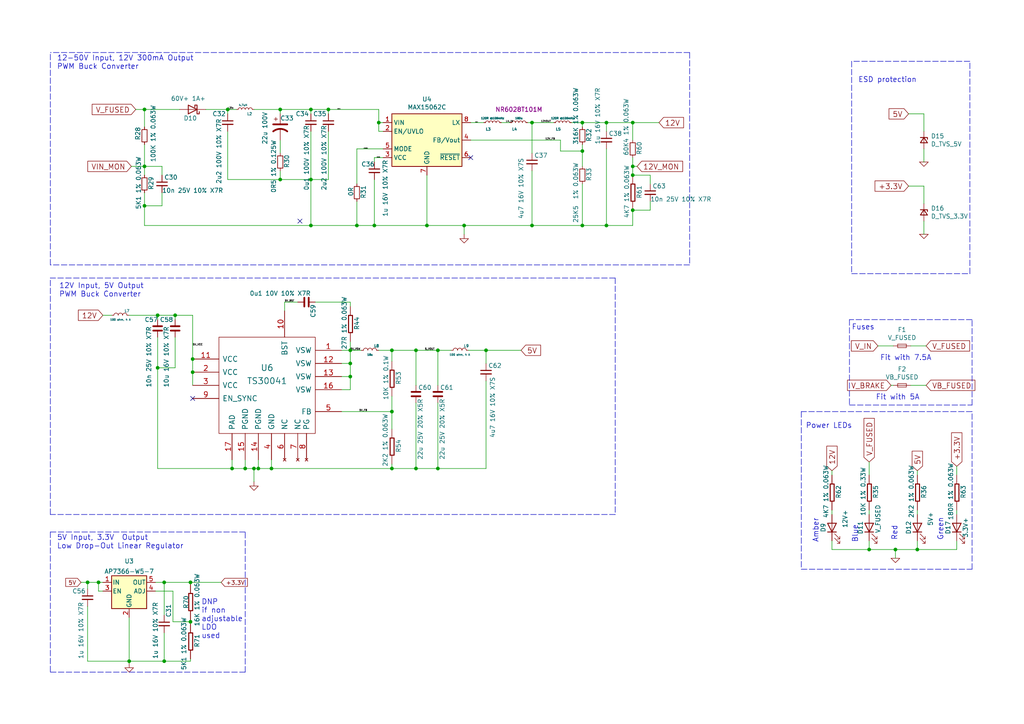
<source format=kicad_sch>
(kicad_sch (version 20211123) (generator eeschema)
  (paper "A4")
  (title_block (title "Duet 3 Expansion 1HCL") (date "2023-05-15") (rev "1.0a - AA-02-01") (company "Duet3D") (comment 1 "(c) Duet3D") (comment 2 "www.duet3d.com"))
  (lib_symbols
    (symbol "Device:CP1" (pin_numbers hide) (pin_names (offset 0.254) hide)
      (property "Reference" "C" (at 0.635 2.54 0))
      (property "Value" "Device_CP1" (at 0.635 -2.54 0))
      (symbol "CP1_0_1"
        (polyline (pts (xy -2.032 0.762) (xy 2.032 0.762)) (stroke (width 0.508)))
        (polyline (pts (xy -1.778 2.286) (xy -0.762 2.286)))
        (polyline (pts (xy -1.27 1.778) (xy -1.27 2.794)))
        (arc (start 2.032 -1.27) (mid 0 -0.5572) (end -2.032 -1.27) (stroke (width 0.508)))
      )
      (symbol "CP1_1_1"
        (pin passive line (at 0 3.81 270) (length 2.794) (name "~") (number "1"))
        (pin passive line (at 0 -3.81 90) (length 3.302) (name "~") (number "2"))
      )
    )
    (symbol "Device:C_Small" (pin_numbers hide) (pin_names (offset 0.254) hide)
      (property "Reference" "C" (at 0.254 1.778 0))
      (property "Value" "C_Small" (at 0.254 -2.032 0))
      (symbol "C_Small_0_1"
        (polyline (pts (xy -1.524 -0.508) (xy 1.524 -0.508)) (stroke (width 0.3302)))
        (polyline (pts (xy -1.524 0.508) (xy 1.524 0.508)) (stroke (width 0.3048)))
      )
      (symbol "C_Small_1_1"
        (pin passive line (at 0 2.54 270) (length 2.032) (name "~") (number "1"))
        (pin passive line (at 0 -2.54 90) (length 2.032) (name "~") (number "2"))
      )
    )
    (symbol "Device:D_Schottky" (pin_numbers hide) (pin_names (offset 1.016) hide)
      (property "Reference" "D" (at 0 2.54 0))
      (property "Value" "D_Schottky" (at 0 -2.54 0))
      (symbol "D_Schottky_0_1"
        (polyline (pts (xy 1.27 0) (xy -1.27 0)))
        (polyline (pts (xy 1.27 1.27) (xy 1.27 -1.27) (xy -1.27 0) (xy 1.27 1.27)) (stroke (width 0.254)))
        (polyline (pts (xy -1.905 0.635) (xy -1.905 1.27) (xy -1.27 1.27) (xy -1.27 -1.27) (xy -0.635 -1.27) (xy -0.635 -0.635)) (stroke (width 0.254)))
      )
      (symbol "D_Schottky_1_1"
        (pin passive line (at -3.81 0 0) (length 2.54) (name "K") (number "1"))
        (pin passive line (at 3.81 0 180) (length 2.54) (name "A") (number "2"))
      )
    )
    (symbol "Device:D_Zener_Small" (pin_numbers hide) (pin_names (offset 0.254) hide)
      (property "Reference" "D" (at 0 2.286 0))
      (property "Value" "D_Zener_Small" (at 0 -2.286 0))
      (symbol "D_Zener_Small_0_1"
        (polyline (pts (xy 0.762 0) (xy -0.762 0)))
        (polyline (pts (xy -0.254 1.016) (xy -0.762 1.016) (xy -0.762 -1.016)) (stroke (width 0.254)))
        (polyline (pts (xy 0.762 1.016) (xy -0.762 0) (xy 0.762 -1.016) (xy 0.762 1.016)) (stroke (width 0.254)))
      )
      (symbol "D_Zener_Small_1_1"
        (pin passive line (at -2.54 0 0) (length 1.778) (name "K") (number "1"))
        (pin passive line (at 2.54 0 180) (length 1.778) (name "A") (number "2"))
      )
    )
    (symbol "Device:Fuse_Small" (pin_numbers hide) (pin_names (offset 0.254) hide)
      (property "Reference" "F" (at 0 -1.524 0))
      (property "Value" "Fuse_Small" (at 0 1.524 0))
      (symbol "Fuse_Small_0_1"
        (rectangle (start -1.27 0.508) (end 1.27 -0.508))
        (polyline (pts (xy -1.27 0) (xy 1.27 0)))
      )
      (symbol "Fuse_Small_1_1"
        (pin passive line (at -2.54 0 0) (length 1.27) (name "~") (number "1"))
        (pin passive line (at 2.54 0 180) (length 1.27) (name "~") (number "2"))
      )
    )
    (symbol "Device:LED" (pin_numbers hide) (pin_names (offset 1.016) hide)
      (property "Reference" "D" (at 0 2.54 0))
      (property "Value" "LED" (at 0 -2.54 0))
      (symbol "LED_0_1"
        (polyline (pts (xy -1.27 -1.27) (xy -1.27 1.27)) (stroke (width 0.254)))
        (polyline (pts (xy -1.27 0) (xy 1.27 0)))
        (polyline (pts (xy 1.27 -1.27) (xy 1.27 1.27) (xy -1.27 0) (xy 1.27 -1.27)) (stroke (width 0.254)))
        (polyline (pts (xy -3.048 -0.762) (xy -4.572 -2.286) (xy -3.81 -2.286) (xy -4.572 -2.286) (xy -4.572 -1.524)))
        (polyline (pts (xy -1.778 -0.762) (xy -3.302 -2.286) (xy -2.54 -2.286) (xy -3.302 -2.286) (xy -3.302 -1.524)))
      )
      (symbol "LED_1_1"
        (pin passive line (at -3.81 0 0) (length 2.54) (name "K") (number "1"))
        (pin passive line (at 3.81 0 180) (length 2.54) (name "A") (number "2"))
      )
    )
    (symbol "Device:L_Small" (pin_numbers hide) (pin_names (offset 0.254) hide)
      (property "Reference" "L" (at 0.762 1.016 0))
      (property "Value" "L_Small" (at 0.762 -1.016 0))
      (symbol "L_Small_0_1"
        (arc (start 0 -2.032) (mid 0.508 -1.524) (end 0 -1.016))
        (arc (start 0 -1.016) (mid 0.508 -0.508) (end 0 0))
        (arc (start 0 0) (mid 0.508 0.508) (end 0 1.016))
        (arc (start 0 1.016) (mid 0.508 1.524) (end 0 2.032))
      )
      (symbol "L_Small_1_1"
        (pin passive line (at 0 2.54 270) (length 0.508) (name "~") (number "1"))
        (pin passive line (at 0 -2.54 90) (length 0.508) (name "~") (number "2"))
      )
    )
    (symbol "Device:R_Small" (pin_numbers hide) (pin_names (offset 0.254) hide)
      (property "Reference" "R" (at 0.762 0.508 0))
      (property "Value" "R_Small" (at 0.762 -1.016 0))
      (symbol "R_Small_0_1"
        (rectangle (start -0.762 1.778) (end 0.762 -1.778) (stroke (width 0.2032)))
      )
      (symbol "R_Small_1_1"
        (pin passive line (at 0 2.54 270) (length 0.762) (name "~") (number "1"))
        (pin passive line (at 0 -2.54 90) (length 0.762) (name "~") (number "2"))
      )
    )
    (symbol "Duet3:AP7366-33W5-7" (pin_names (offset 0.254))
      (property "Reference" "U" (at -3.81 5.715 0))
      (property "Value" "AP7366-33W5-7" (at 0 5.715 0))
      (symbol "AP7366-33W5-7_0_1"
        (rectangle (start -5.08 4.445) (end 5.08 -5.08) (stroke (width 0.254)) (fill (type background)))
      )
      (symbol "AP7366-33W5-7_1_1"
        (pin power_in line (at -7.62 2.54 0) (length 2.54) (name "IN") (number "1"))
        (pin power_in line (at 0 -7.62 90) (length 2.54) (name "GND") (number "2"))
        (pin input line (at -7.62 0 0) (length 2.54) (name "EN") (number "3"))
        (pin input line (at 7.62 0 180) (length 2.54) (name "ADJ") (number "4"))
        (pin power_out line (at 7.62 2.54 180) (length 2.54) (name "OUT") (number "5"))
      )
    )
    (symbol "Duet3:C_SMALL" (pin_numbers hide) (pin_names (offset 0.254))
      (property "Reference" "C" (at 0.635 1.905 0))
      (property "Value" "C_SMALL" (at 0 -1.905 0))
      (symbol "C_SMALL_0_1"
        (polyline (pts (xy -1.27 -0.635) (xy 1.27 -0.635)) (stroke (width 0.508)))
        (polyline (pts (xy -1.27 0.635) (xy 1.27 0.635)) (stroke (width 0.508)))
      )
      (symbol "C_SMALL_1_1"
        (pin passive line (at 0 2.54 270) (length 1.905) (name "~") (number "1"))
        (pin passive line (at 0 -2.54 90) (length 1.905) (name "~") (number "2"))
      )
    )
    (symbol "Duet3:GND" (power) (pin_names (offset 0))
      (symbol "GND_0_1"
        (polyline (pts (xy -1.27 0) (xy 0 -1.27) (xy 1.27 0) (xy -1.27 0)))
      )
      (symbol "GND_1_1"
        (pin power_in line (at 0 0 90) (length 0) hide (name "GND") (number "1"))
      )
    )
    (symbol "Duet3:L_MINI" (pin_numbers hide) (pin_names (offset 0) hide)
      (property "Reference" "L" (at -1.905 -1.27 0))
      (property "Value" "L_MINI" (at 0 1.27 0))
      (symbol "L_MINI_0_1"
        (arc (start -1.905 0) (mid -1.27 -0.635) (end -0.635 0))
        (arc (start -0.635 0) (mid 0 -0.635) (end 0.635 0))
        (arc (start 0.635 0) (mid 1.27 -0.635) (end 1.905 0))
      )
      (symbol "L_MINI_1_1"
        (pin passive line (at -2.54 0 0) (length 0.635) (name "A") (number "1"))
        (pin passive line (at 2.54 0 180) (length 0.635) (name "B") (number "2"))
      )
    )
    (symbol "Duet3:R_SMALL" (pin_numbers hide) (pin_names (offset 0))
      (property "Reference" "R" (at 1.905 0.2032 90))
      (property "Value" "R_SMALL" (at -1.7272 0.3048 90))
      (symbol "R_SMALL_0_1"
        (rectangle (start -0.508 2.4892) (end 0.635 -2.4892) (stroke (width 0.3048)))
      )
      (symbol "R_SMALL_1_1"
        (pin passive line (at 0 5.08 270) (length 2.54) (name "~") (number "1"))
        (pin passive line (at 0 -5.08 90) (length 2.54) (name "~") (number "2"))
      )
    )
    (symbol "Duet3:TS30042" (pin_names (offset 1.016))
      (property "Reference" "U" (at 0 1.27 0))
      (property "Value" "TS30042" (at 0 3.81 0))
      (symbol "TS30042_0_1"
        (rectangle (start -13.97 -13.97) (end 13.97 13.97))
      )
      (symbol "TS30042_1_1"
        (pin passive line (at 21.59 10.16 180) (length 7.62) (name "VSW") (number "1"))
        (pin input line (at 5.08 21.59 270) (length 7.62) (name "BST") (number "10"))
        (pin power_out line (at -21.59 7.62 0) (length 7.62) (name "VCC") (number "11"))
        (pin power_in line (at 21.59 6.35 180) (length 7.62) (name "VSW") (number "12"))
        (pin passive line (at 21.59 2.54 180) (length 7.62) (name "VSW") (number "13"))
        (pin input line (at -2.54 -21.59 90) (length 7.62) (name "PGND") (number "14"))
        (pin input line (at -6.35 -21.59 90) (length 7.62) (name "PGND") (number "15"))
        (pin power_in line (at 21.59 -1.27 180) (length 7.62) (name "VSW") (number "16"))
        (pin power_in line (at -10.16 -21.59 90) (length 7.62) (name "PAD") (number "17"))
        (pin input line (at -21.59 3.81 0) (length 7.62) (name "VCC") (number "2"))
        (pin power_out line (at -21.59 0 0) (length 7.62) (name "VCC") (number "3"))
        (pin passive line (at 1.27 -21.59 90) (length 7.62) (name "GND") (number "4"))
        (pin input line (at 21.59 -7.62 180) (length 7.62) (name "FB") (number "5"))
        (pin no_connect line (at 5.08 -21.59 90) (length 7.62) (name "NC") (number "6"))
        (pin no_connect line (at 8.89 -21.59 90) (length 7.62) (name "NC") (number "7"))
        (pin no_connect line (at 11.43 -21.59 90) (length 7.62) (name "PG") (number "8"))
        (pin input line (at -21.59 -3.81 0) (length 7.62) (name "EN_SYNC") (number "9"))
      )
    )
    (symbol "Regulator_Switching:MAX15062C"
      (property "Reference" "U" (at -10.16 11.43 0))
      (property "Value" "MAX15062C" (at -10.16 8.89 0))
      (symbol "MAX15062C_0_1"
        (rectangle (start -10.16 7.62) (end 10.16 -7.62) (stroke (width 0.254)) (fill (type background)))
      )
      (symbol "MAX15062C_1_1"
        (pin power_in line (at -12.7 5.08 0) (length 2.54) (name "VIN") (number "1"))
        (pin input line (at -12.7 2.54 0) (length 2.54) (name "EN/UVLO") (number "2"))
        (pin power_out line (at -12.7 -5.08 0) (length 2.54) (name "VCC") (number "3"))
        (pin input line (at 12.7 0 180) (length 2.54) (name "FB/Vout") (number "4"))
        (pin input line (at -12.7 -2.54 0) (length 2.54) (name "MODE") (number "5"))
        (pin open_collector line (at 12.7 -5.08 180) (length 2.54) (name "~{RESET}") (number "6"))
        (pin power_in line (at 0 -10.16 90) (length 2.54) (name "GND") (number "7"))
        (pin power_out line (at 12.7 5.08 180) (length 2.54) (name "LX") (number "8"))
      )
    )
    (symbol "power:GND" (power) (pin_names (offset 0))
      (property "Value" "GND" (at 0 -3.81 0))
      (symbol "GND_0_1"
        (polyline (pts (xy 0 0) (xy 0 -1.27) (xy 1.27 -1.27) (xy 0 -2.54) (xy -1.27 -1.27) (xy 0 -1.27)))
      )
      (symbol "GND_1_1"
        (pin power_in line (at 0 0 270) (length 0) hide (name "GND") (number "1"))
      )
    )
  )
  (junction (at 127 135.89))
  (junction (at 41.91 48.26))
  (junction (at 25.4 168.91))
  (junction (at 183.515 50.8))
  (junction (at 168.91 35.56))
  (junction (at 55.88 104.14))
  (junction (at 109.855 35.56))
  (junction (at 47.625 168.91))
  (junction (at 127 101.6))
  (junction (at 81.28 52.07))
  (junction (at 120.65 101.6))
  (junction (at 101.6 101.6))
  (junction (at 113.665 101.6))
  (junction (at 108.585 65.405))
  (junction (at 55.88 107.95))
  (junction (at 101.6 105.41))
  (junction (at 252.095 159.385))
  (junction (at 41.91 59.69))
  (junction (at 50.8 91.44))
  (junction (at 78.74 135.89))
  (junction (at 55.245 180.34))
  (junction (at 183.515 60.96))
  (junction (at 168.91 65.405))
  (junction (at 113.665 135.89))
  (junction (at 134.62 65.405))
  (junction (at 45.72 106.68))
  (junction (at 37.465 191.77))
  (junction (at 175.895 35.56))
  (junction (at 259.715 159.385))
  (junction (at 101.6 109.22))
  (junction (at 140.97 101.6))
  (junction (at 90.17 52.07))
  (junction (at 266.065 159.385))
  (junction (at 74.93 135.89))
  (junction (at 28.575 168.91))
  (junction (at 168.91 43.815))
  (junction (at 120.65 135.89))
  (junction (at 113.665 119.38))
  (junction (at 123.825 65.405))
  (junction (at 81.28 31.75))
  (junction (at 154.305 65.405))
  (junction (at 183.515 48.26))
  (junction (at 175.895 65.405))
  (junction (at 55.245 168.91))
  (junction (at 71.12 135.89))
  (junction (at 95.25 31.75))
  (junction (at 183.515 35.56))
  (junction (at 90.17 31.75))
  (junction (at 67.31 135.89))
  (junction (at 90.17 65.405))
  (junction (at 66.04 31.75))
  (junction (at 73.66 135.89))
  (junction (at 45.72 91.44))
  (junction (at 47.625 191.77))
  (junction (at 41.91 31.75))
  (junction (at 103.505 65.405))
  (junction (at 154.305 35.56))
  (no_connect (at 55.88 115.57))
  (no_connect (at 136.525 45.72))
  (no_connect (at 86.995 64.135))
  (wire (pts (xy 47.625 178.435) (xy 47.625 168.91)))
  (wire (pts (xy 136.525 40.64) (xy 162.56 40.64)))
  (wire (pts (xy 254.635 100.33) (xy 259.08 100.33)))
  (wire (pts (xy 28.575 171.45) (xy 28.575 168.91)))
  (wire (pts (xy 46.99 59.69) (xy 41.91 59.69)))
  (wire (pts (xy 101.6 105.41) (xy 101.6 101.6)))
  (wire (pts (xy 241.3 149.225) (xy 241.3 147.955)))
  (wire (pts (xy 25.4 170.815) (xy 25.4 168.91)))
  (wire (pts (xy 184.785 48.26) (xy 183.515 48.26)))
  (wire (pts (xy 267.97 43.18) (xy 267.97 46.99)))
  (wire (pts (xy 277.495 149.225) (xy 277.495 147.955)))
  (wire (pts (xy 78.74 135.89) (xy 113.665 135.89)))
  (wire (pts (xy 101.6 113.03) (xy 101.6 109.22)))
  (wire (pts (xy 103.505 58.42) (xy 103.505 65.405)))
  (wire (pts (xy 73.66 139.7) (xy 73.66 135.89)))
  (wire (pts (xy 154.305 49.53) (xy 154.305 65.405)))
  (wire (pts (xy 78.74 135.89) (xy 74.93 135.89)))
  (wire (pts (xy 47.625 191.77) (xy 47.625 183.515)))
  (wire (pts (xy 37.465 192.405) (xy 37.465 191.77)))
  (wire (pts (xy 154.305 44.45) (xy 154.305 35.56)))
  (wire (pts (xy 95.25 31.75) (xy 90.17 31.75)))
  (wire (pts (xy 109.855 35.56) (xy 111.125 35.56)))
  (wire (pts (xy 259.715 159.385) (xy 266.065 159.385)))
  (wire (pts (xy 120.65 116.84) (xy 120.65 135.89)))
  (wire (pts (xy 46.99 48.26) (xy 46.99 50.8)))
  (wire (pts (xy 66.04 52.07) (xy 81.28 52.07)))
  (wire (pts (xy 154.305 65.405) (xy 168.91 65.405)))
  (wire (pts (xy 113.665 101.6) (xy 120.65 101.6)))
  (wire (pts (xy 134.62 65.405) (xy 154.305 65.405)))
  (wire (pts (xy 109.855 38.1) (xy 109.855 35.56)))
  (wire (pts (xy 50.8 91.44) (xy 45.72 91.44)))
  (wire (pts (xy 175.895 65.405) (xy 175.895 43.18)))
  (wire (pts (xy 175.895 35.56) (xy 183.515 35.56)))
  (polyline (pts (xy 71.12 194.945) (xy 71.12 154.305)))
  (wire (pts (xy 175.895 38.1) (xy 175.895 35.56)))
  (wire (pts (xy 55.245 191.77) (xy 55.245 191.135)))
  (wire (pts (xy 59.69 31.75) (xy 66.04 31.75)))
  (wire (pts (xy 41.91 31.75) (xy 41.91 36.83)))
  (wire (pts (xy 55.88 111.76) (xy 55.88 107.95)))
  (wire (pts (xy 140.97 135.89) (xy 127 135.89)))
  (wire (pts (xy 113.665 119.38) (xy 113.665 124.46)))
  (wire (pts (xy 81.28 33.02) (xy 81.28 31.75)))
  (wire (pts (xy 66.04 33.02) (xy 66.04 31.75)))
  (wire (pts (xy 50.165 171.45) (xy 50.165 180.34)))
  (wire (pts (xy 127 101.6) (xy 130.81 101.6)))
  (wire (pts (xy 55.245 180.34) (xy 55.245 180.975)))
  (wire (pts (xy 28.575 168.91) (xy 29.845 168.91)))
  (wire (pts (xy 113.665 135.89) (xy 120.65 135.89)))
  (polyline (pts (xy 14.605 76.835) (xy 14.605 15.24)))
  (wire (pts (xy 168.91 53.34) (xy 168.91 65.405)))
  (polyline (pts (xy 281.94 119.38) (xy 232.41 119.38)))
  (wire (pts (xy 111.125 45.72) (xy 108.585 45.72)))
  (wire (pts (xy 29.845 91.44) (xy 32.385 91.44)))
  (wire (pts (xy 113.665 104.775) (xy 113.665 101.6)))
  (wire (pts (xy 101.6 88.9) (xy 101.6 87.63)))
  (wire (pts (xy 23.495 168.91) (xy 25.4 168.91)))
  (polyline (pts (xy 246.38 117.475) (xy 281.94 117.475)))
  (wire (pts (xy 41.91 48.26) (xy 46.99 48.26)))
  (wire (pts (xy 175.895 65.405) (xy 183.515 65.405)))
  (wire (pts (xy 113.665 119.38) (xy 113.665 114.935)))
  (wire (pts (xy 123.825 65.405) (xy 123.825 50.8)))
  (polyline (pts (xy 246.38 92.71) (xy 246.38 117.475)))
  (wire (pts (xy 267.97 53.975) (xy 263.525 53.975)))
  (wire (pts (xy 39.37 31.75) (xy 41.91 31.75)))
  (wire (pts (xy 104.775 101.6) (xy 101.6 101.6)))
  (wire (pts (xy 258.445 111.76) (xy 259.08 111.76)))
  (wire (pts (xy 41.91 48.26) (xy 41.91 50.8)))
  (wire (pts (xy 25.4 191.77) (xy 37.465 191.77)))
  (polyline (pts (xy 281.94 165.1) (xy 281.94 119.38)))
  (wire (pts (xy 109.855 35.56) (xy 109.855 31.75)))
  (wire (pts (xy 66.04 31.75) (xy 68.58 31.75)))
  (wire (pts (xy 82.55 87.63) (xy 86.36 87.63)))
  (wire (pts (xy 145.415 35.56) (xy 147.955 35.56)))
  (wire (pts (xy 55.88 104.14) (xy 55.88 91.44)))
  (wire (pts (xy 41.91 41.91) (xy 41.91 48.26)))
  (wire (pts (xy 153.035 35.56) (xy 154.305 35.56)))
  (wire (pts (xy 241.3 136.525) (xy 241.3 137.795)))
  (wire (pts (xy 266.065 159.385) (xy 266.065 156.845)))
  (wire (pts (xy 162.56 43.815) (xy 168.91 43.815)))
  (wire (pts (xy 267.97 64.135) (xy 267.97 67.945)))
  (polyline (pts (xy 247.015 17.78) (xy 247.015 79.375)))
  (wire (pts (xy 95.25 52.07) (xy 90.17 52.07)))
  (wire (pts (xy 41.91 65.405) (xy 90.17 65.405)))
  (wire (pts (xy 162.56 40.64) (xy 162.56 43.815)))
  (wire (pts (xy 81.28 52.07) (xy 90.17 52.07)))
  (wire (pts (xy 183.515 48.26) (xy 183.515 50.8)))
  (wire (pts (xy 168.91 35.56) (xy 168.91 36.83)))
  (wire (pts (xy 41.91 31.75) (xy 52.07 31.75)))
  (wire (pts (xy 168.91 43.815) (xy 168.91 48.26)))
  (wire (pts (xy 103.505 43.18) (xy 103.505 53.34)))
  (wire (pts (xy 74.93 135.89) (xy 73.66 135.89)))
  (wire (pts (xy 46.99 55.88) (xy 46.99 59.69)))
  (wire (pts (xy 267.97 33.02) (xy 267.97 38.1)))
  (wire (pts (xy 266.065 136.525) (xy 266.065 137.795)))
  (polyline (pts (xy 200.025 76.835) (xy 14.605 76.835)))
  (polyline (pts (xy 281.94 92.71) (xy 246.38 92.71)))
  (polyline (pts (xy 281.94 117.475) (xy 281.94 92.71)))
  (wire (pts (xy 41.91 55.88) (xy 41.91 59.69)))
  (wire (pts (xy 183.515 40.64) (xy 183.515 35.56)))
  (wire (pts (xy 41.91 59.69) (xy 41.91 65.405)))
  (polyline (pts (xy 14.605 154.305) (xy 14.605 194.945)))
  (wire (pts (xy 74.93 135.89) (xy 74.93 133.35)))
  (wire (pts (xy 101.6 101.6) (xy 101.6 99.06)))
  (wire (pts (xy 109.855 101.6) (xy 113.665 101.6)))
  (wire (pts (xy 168.91 35.56) (xy 175.895 35.56)))
  (wire (pts (xy 168.91 41.91) (xy 168.91 43.815)))
  (wire (pts (xy 71.12 135.89) (xy 71.12 133.35)))
  (wire (pts (xy 25.4 168.91) (xy 28.575 168.91)))
  (wire (pts (xy 45.72 92.71) (xy 45.72 91.44)))
  (wire (pts (xy 277.495 159.385) (xy 277.495 156.845)))
  (wire (pts (xy 108.585 52.07) (xy 108.585 65.405)))
  (wire (pts (xy 67.31 135.89) (xy 67.31 133.35)))
  (wire (pts (xy 113.665 134.62) (xy 113.665 135.89)))
  (wire (pts (xy 90.17 33.02) (xy 90.17 31.75)))
  (wire (pts (xy 120.65 101.6) (xy 120.65 111.76)))
  (wire (pts (xy 55.245 180.34) (xy 50.165 180.34)))
  (wire (pts (xy 71.12 135.89) (xy 67.31 135.89)))
  (wire (pts (xy 183.515 45.72) (xy 183.515 48.26)))
  (polyline (pts (xy 232.41 165.1) (xy 281.94 165.1)))
  (polyline (pts (xy 281.305 79.375) (xy 281.305 17.78)))
  (wire (pts (xy 127 111.76) (xy 127 101.6)))
  (polyline (pts (xy 71.12 154.305) (xy 14.605 154.305)))
  (wire (pts (xy 188.595 60.96) (xy 188.595 58.42)))
  (wire (pts (xy 99.06 113.03) (xy 101.6 113.03)))
  (wire (pts (xy 127 101.6) (xy 120.65 101.6)))
  (wire (pts (xy 123.825 65.405) (xy 134.62 65.405)))
  (wire (pts (xy 45.72 135.89) (xy 67.31 135.89)))
  (wire (pts (xy 263.525 33.02) (xy 267.97 33.02)))
  (wire (pts (xy 259.715 159.385) (xy 259.715 161.925)))
  (wire (pts (xy 266.065 159.385) (xy 277.495 159.385)))
  (wire (pts (xy 103.505 65.405) (xy 108.585 65.405)))
  (wire (pts (xy 37.465 91.44) (xy 45.72 91.44)))
  (wire (pts (xy 37.465 191.77) (xy 47.625 191.77)))
  (wire (pts (xy 264.16 111.76) (xy 268.605 111.76)))
  (wire (pts (xy 140.97 101.6) (xy 151.13 101.6)))
  (wire (pts (xy 25.4 175.895) (xy 25.4 191.77)))
  (wire (pts (xy 168.91 65.405) (xy 175.895 65.405)))
  (wire (pts (xy 101.6 101.6) (xy 99.06 101.6)))
  (wire (pts (xy 50.8 91.44) (xy 55.88 91.44)))
  (wire (pts (xy 120.65 135.89) (xy 127 135.89)))
  (wire (pts (xy 41.91 48.26) (xy 38.1 48.26)))
  (wire (pts (xy 267.97 53.975) (xy 267.97 59.055)))
  (wire (pts (xy 241.3 159.385) (xy 241.3 156.845)))
  (wire (pts (xy 101.6 87.63) (xy 91.44 87.63)))
  (polyline (pts (xy 14.605 149.225) (xy 14.605 80.645)))
  (wire (pts (xy 90.17 52.07) (xy 90.17 65.405)))
  (wire (pts (xy 140.97 105.41) (xy 140.97 101.6)))
  (wire (pts (xy 136.525 35.56) (xy 140.335 35.56)))
  (wire (pts (xy 183.515 65.405) (xy 183.515 60.96)))
  (wire (pts (xy 277.495 135.255) (xy 277.495 137.795)))
  (wire (pts (xy 252.095 159.385) (xy 259.715 159.385)))
  (wire (pts (xy 99.06 119.38) (xy 113.665 119.38)))
  (wire (pts (xy 127 135.89) (xy 127 116.84)))
  (wire (pts (xy 109.855 31.75) (xy 95.25 31.75)))
  (wire (pts (xy 45.72 97.79) (xy 45.72 106.68)))
  (wire (pts (xy 47.625 191.77) (xy 55.245 191.77)))
  (wire (pts (xy 50.8 106.68) (xy 45.72 106.68)))
  (wire (pts (xy 183.515 35.56) (xy 191.135 35.56)))
  (wire (pts (xy 252.095 133.985) (xy 252.095 137.795)))
  (wire (pts (xy 252.095 149.225) (xy 252.095 147.955)))
  (wire (pts (xy 183.515 60.96) (xy 188.595 60.96)))
  (wire (pts (xy 45.085 171.45) (xy 50.165 171.45)))
  (wire (pts (xy 81.28 49.53) (xy 81.28 52.07)))
  (wire (pts (xy 188.595 50.8) (xy 188.595 53.34)))
  (wire (pts (xy 29.845 171.45) (xy 28.575 171.45)))
  (wire (pts (xy 252.095 159.385) (xy 241.3 159.385)))
  (wire (pts (xy 81.28 31.75) (xy 73.66 31.75)))
  (wire (pts (xy 45.085 168.91) (xy 47.625 168.91)))
  (wire (pts (xy 183.515 50.8) (xy 188.595 50.8)))
  (wire (pts (xy 95.25 33.02) (xy 95.25 31.75)))
  (wire (pts (xy 264.16 100.33) (xy 268.605 100.33)))
  (wire (pts (xy 99.06 109.22) (xy 101.6 109.22)))
  (polyline (pts (xy 232.41 119.38) (xy 232.41 165.1)))
  (wire (pts (xy 252.095 159.385) (xy 252.095 156.845)))
  (polyline (pts (xy 200.025 15.24) (xy 200.025 76.835)))
  (polyline (pts (xy 14.605 194.945) (xy 71.12 194.945)))
  (wire (pts (xy 101.6 109.22) (xy 101.6 105.41)))
  (wire (pts (xy 37.465 191.77) (xy 37.465 179.07)))
  (polyline (pts (xy 178.435 80.645) (xy 14.605 80.645)))
  (wire (pts (xy 165.735 35.56) (xy 168.91 35.56)))
  (polyline (pts (xy 178.435 149.225) (xy 14.605 149.225)))
  (wire (pts (xy 90.17 65.405) (xy 103.505 65.405)))
  (wire (pts (xy 55.88 107.95) (xy 55.88 104.14)))
  (wire (pts (xy 55.245 179.705) (xy 55.245 180.34)))
  (wire (pts (xy 45.72 106.68) (xy 45.72 135.89)))
  (wire (pts (xy 73.66 135.89) (xy 71.12 135.89)))
  (wire (pts (xy 50.8 97.79) (xy 50.8 106.68)))
  (wire (pts (xy 108.585 65.405) (xy 123.825 65.405)))
  (wire (pts (xy 95.25 38.1) (xy 95.25 52.07)))
  (wire (pts (xy 140.97 110.49) (xy 140.97 135.89)))
  (wire (pts (xy 82.55 90.17) (xy 82.55 87.63)))
  (wire (pts (xy 266.065 149.225) (xy 266.065 147.955)))
  (wire (pts (xy 50.8 92.71) (xy 50.8 91.44)))
  (polyline (pts (xy 247.015 79.375) (xy 281.305 79.375)))
  (wire (pts (xy 81.28 40.64) (xy 81.28 44.45)))
  (wire (pts (xy 78.74 133.35) (xy 78.74 135.89)))
  (wire (pts (xy 55.245 169.545) (xy 55.245 168.91)))
  (wire (pts (xy 134.62 67.945) (xy 134.62 65.405)))
  (wire (pts (xy 154.305 35.56) (xy 160.655 35.56)))
  (wire (pts (xy 108.585 45.72) (xy 108.585 46.99)))
  (wire (pts (xy 66.04 38.1) (xy 66.04 52.07)))
  (wire (pts (xy 103.505 43.18) (xy 111.125 43.18)))
  (polyline (pts (xy 281.305 17.78) (xy 247.015 17.78)))
  (wire (pts (xy 111.125 38.1) (xy 109.855 38.1)))
  (polyline (pts (xy 178.435 80.645) (xy 178.435 149.225)))
  (wire (pts (xy 47.625 168.91) (xy 55.245 168.91)))
  (polyline (pts (xy 200.025 15.24) (xy 14.605 15.24)))
  (wire (pts (xy 99.06 105.41) (xy 101.6 105.41)))
  (wire (pts (xy 135.89 101.6) (xy 140.97 101.6)))
  (wire (pts (xy 90.17 31.75) (xy 81.28 31.75)))
  (wire (pts (xy 90.17 38.1) (xy 90.17 52.07)))
  (wire (pts (xy 55.245 168.91) (xy 64.135 168.91)))
  (text "Fit with 7.5A" (at 255.27 104.775 0) (effects (font (size 1.524 1.524)) (justify left bottom)))
  (text "5V Input, 3.3V  Output\nLow Drop-Out Linear Regulator" (at 16.51 159.385 0) (effects (font (size 1.524 1.524)) (justify left bottom)))
  (text "12V Input, 5V Output\nPWM Buck Converter\n" (at 17.145 86.36 0) (effects (font (size 1.524 1.524)) (justify left bottom)))
  (text "Power LEDs" (at 233.68 124.46 0) (effects (font (size 1.524 1.524)) (justify left bottom)))
  (text "Fit with 5A" (at 254 116.205 0) (effects (font (size 1.524 1.524)) (justify left bottom)))
  (text "Fuses" (at 247.015 95.885 0) (effects (font (size 1.524 1.524)) (justify left bottom)))
  (text "Amber" (at 237.49 157.48 90) (effects (font (size 1.524 1.524)) (justify left bottom)))
  (text "12-50V Input, 12V 300mA Output\nPWM Buck Converter\n" (at 16.51 20.32 0) (effects (font (size 1.524 1.524)) (justify left bottom)))
  (text "ESD protection" (at 248.92 24.13 0) (effects (font (size 1.4986 1.4986)) (justify left bottom)))
  (text "DNP\nif non\nadjustable\nLDO \nused" (at 58.42 185.42 0) (effects (font (size 1.524 1.524)) (justify left bottom)))
  (text "Blue" (at 248.92 157.48 90) (effects (font (size 1.524 1.524)) (justify left bottom)))
  (text "Red" (at 260.35 156.845 90) (effects (font (size 1.524 1.524)) (justify left bottom)))
  (text "Green" (at 273.685 156.845 90) (effects (font (size 1.524 1.524)) (justify left bottom)))
  (label "5V_BST" (at 82.55 87.63 0) (effects (font (size 0.508 0.508))))
  (label "5_VOUT" (at 123.19 101.6 0) (effects (font (size 0.508 0.508))))
  (label "12LX" (at 137.795 35.56 0) (effects (font (size 0.2032 0.2032))))
  (label "5V_VCC" (at 55.88 100.33 0) (effects (font (size 0.508 0.508))))
  (label "12VIN" (at 97.79 31.75 0) (effects (font (size 0.2032 0.2032))))
  (label "12MODE" (at 105.41 43.18 0) (effects (font (size 0.2032 0.2032))))
  (label "L2in" (at 66.04 31.75 0) (effects (font (size 0.508 0.508))))
  (label "5V_VSW" (at 101.6 101.6 0) (effects (font (size 0.508 0.508))))
  (label "5V_FB" (at 104.14 119.38 0) (effects (font (size 0.508 0.508))))
  (label "12VCC" (at 109.22 45.72 0) (effects (font (size 0.2032 0.2032))))
  (label "L4_IN" (at 146.685 35.56 0) (effects (font (size 0.508 0.508))))
  (label "12V_FB" (at 158.115 40.64 0) (effects (font (size 0.508 0.508))))
  (label "12VOUT" (at 156.845 35.56 0) (effects (font (size 0.508 0.508))))
  (global_label "12V" (shape input) (at 241.3 136.525 90) (effects (font (size 1.524 1.524))) (property "Intersheet References" "${INTERSHEET_REFS}" (effects hide)))
  (global_label "12V_MON" (shape input) (at 184.785 48.26 0) (effects (font (size 1.524 1.524))) (property "Intersheet References" "${INTERSHEET_REFS}" (effects hide)))
  (global_label "VB_FUSED" (shape input) (at 268.605 111.76 0) (effects (font (size 1.524 1.524))) (property "Intersheet References" "${INTERSHEET_REFS}" (effects hide)))
  (global_label "5V" (shape input) (at 266.065 136.525 90) (effects (font (size 1.524 1.524))) (property "Intersheet References" "${INTERSHEET_REFS}" (effects hide)))
  (global_label "V_IN" (shape input) (at 254.635 100.33 180) (effects (font (size 1.524 1.524))) (property "Intersheet References" "${INTERSHEET_REFS}" (effects hide)))
  (global_label "12V" (shape input) (at 29.845 91.44 180) (effects (font (size 1.524 1.524))) (property "Intersheet References" "${INTERSHEET_REFS}" (effects hide)))
  (global_label "5V" (shape input) (at 151.13 101.6 0) (effects (font (size 1.524 1.524))) (property "Intersheet References" "${INTERSHEET_REFS}" (effects hide)))
  (global_label "V_FUSED" (shape input) (at 268.605 100.33 0) (effects (font (size 1.524 1.524))) (property "Intersheet References" "${INTERSHEET_REFS}" (effects hide)))
  (global_label "12V" (shape input) (at 191.135 35.56 0) (effects (font (size 1.524 1.524))) (property "Intersheet References" "${INTERSHEET_REFS}" (effects hide)))
  (global_label "V_FUSED" (shape input) (at 252.095 133.985 90) (effects (font (size 1.524 1.524))) (property "Intersheet References" "${INTERSHEET_REFS}" (effects hide)))
  (global_label "+3.3V" (shape input) (at 64.135 168.91 0) (effects (font (size 1.1938 1.1938))) (property "Intersheet References" "${INTERSHEET_REFS}" (effects hide)))
  (global_label "VIN_MON" (shape input) (at 38.1 48.26 180) (effects (font (size 1.524 1.524))) (property "Intersheet References" "${INTERSHEET_REFS}" (effects hide)))
  (global_label "+3.3V" (shape input) (at 263.525 53.975 180) (effects (font (size 1.524 1.524))) (property "Intersheet References" "${INTERSHEET_REFS}" (effects hide)))
  (global_label "+3.3V" (shape input) (at 277.495 135.255 90) (effects (font (size 1.524 1.524))) (property "Intersheet References" "${INTERSHEET_REFS}" (effects hide)))
  (global_label "5V" (shape input) (at 23.495 168.91 180) (effects (font (size 1.1938 1.1938))) (property "Intersheet References" "${INTERSHEET_REFS}" (effects hide)))
  (global_label "V_FUSED" (shape input) (at 39.37 31.75 180) (effects (font (size 1.524 1.524))) (property "Intersheet References" "${INTERSHEET_REFS}" (effects hide)))
  (global_label "5V" (shape input) (at 263.525 33.02 180) (effects (font (size 1.524 1.524))) (property "Intersheet References" "${INTERSHEET_REFS}" (effects hide)))
  (global_label "V_BRAKE" (shape input) (at 258.445 111.76 180) (effects (font (size 1.524 1.524))) (property "Intersheet References" "${INTERSHEET_REFS}" (effects hide)))
  (symbol (lib_id "Device:R_Small") (at 168.91 39.37 0) (unit 1)
    (property "Reference" "R32" (at 170.815 39.1668 90))
    (property "Value" "316K 1% 0.063W" (at 167.005 33.655 90))
    (property "Footprint" "Resistor_SMD:R_0402_1005Metric_Wbry" (effects hide))
    (property "Part Number" "RC0402FR-07316KL" (effects hide))
  )
  (symbol (lib_id "Device:R_Small") (at 168.91 50.8 0) (unit 1)
    (property "Reference" "R33" (at 170.815 50.5968 90))
    (property "Value" "25K5  1% 0.063W" (at 167.005 55.88 90))
    (property "Footprint" "Resistor_SMD:R_0402_1005Metric_Wbry" (effects hide))
    (property "Part Number" "AC0402FR-0725K5L" (effects hide))
  )
  (symbol (lib_id "Device:C_Small") (at 66.04 35.56 0) (unit 1)
    (property "Reference" "C32" (at 61.595 33.02 0) (effects (justify left)))
    (property "Value" "2u2 100V 10% X7R" (at 63.5 53.34 90) (effects (justify left)))
    (property "Footprint" "Capacitor_SMD:C_1210_3225Metric" (effects hide))
    (property "Part Number" "CL32B225KCJSNNE" (effects hide))
  )
  (symbol (lib_id "Device:CP1") (at 81.28 36.83 0) (unit 1)
    (property "Reference" "C33" (at 81.28 34.29 0) (effects (justify left)))
    (property "Value" "22u 100V" (at 76.835 41.91 90) (effects (justify left)))
    (property "Footprint" "Capacitor_SMD:CP_Elec_8x10" (effects hide))
    (property "Part Number" "EEE-2AA220UP or similar" (effects hide))
  )
  (symbol (lib_id "Device:C_Small") (at 90.17 35.56 0) (unit 1)
    (property "Reference" "C34" (at 85.725 33.02 0) (effects (justify left)))
    (property "Value" "0u1 100V 10% X7R" (at 88.9 55.245 90) (effects (justify left)))
    (property "Footprint" "Capacitor_SMD:C_0603_1608Metric_Wbry" (effects hide))
    (property "Part Number" "HMK107B7104MA-T or similar" (effects hide))
  )
  (symbol (lib_id "Device:C_Small") (at 108.585 49.53 0) (unit 1)
    (property "Reference" "C36" (at 104.775 47.625 0) (effects (justify left)))
    (property "Value" "1u 16V 10% X7R" (at 111.76 62.865 90) (effects (justify left)))
    (property "Footprint" "Capacitor_SMD:C_0603_1608Metric_Wbry" (effects hide))
    (property "Part Number" "CL10B105KO8NNNC" (effects hide))
  )
  (symbol (lib_id "power:GND") (at 134.62 67.945 0) (unit 1)
    (property "Reference" "#PWR039" (effects hide))
    (property "Value" "GND" (effects hide))
  )
  (symbol (lib_id "Device:C_Small") (at 175.895 40.64 0) (unit 1)
    (property "Reference" "C38" (at 176.53 38.735 0) (effects (justify left)))
    (property "Value" "1u 16V 10% X7R" (at 173.355 41.91 90) (effects (justify left)))
    (property "Footprint" "Capacitor_SMD:C_0603_1608Metric_Wbry" (effects hide))
    (property "Part Number" "CL10B105KO8NNNC" (effects hide))
  )
  (symbol (lib_id "Device:C_Small") (at 95.25 35.56 0) (unit 1)
    (property "Reference" "C35" (at 90.805 33.02 0) (effects (justify left)))
    (property "Value" "2u2 100V 10% X7R" (at 93.98 55.245 90) (effects (justify left)))
    (property "Footprint" "Capacitor_SMD:C_1210_3225Metric" (effects hide))
    (property "Part Number" "CL32B225KCJSNNE" (effects hide))
  )
  (symbol (lib_id "Device:L_Small") (at 71.12 31.75 90) (unit 1)
    (property "Reference" "L2" (at 72.39 33.02 90) (effects (font (size 0.762 0.762))))
    (property "Value" "4.7uH" (at 70.485 30.48 90) (effects (font (size 0.5588 0.5588))))
    (property "Footprint" "Inductor_SMD:L_0805_2012Metric" (effects hide))
    (property "Part Number" "MBKK2012T4R7M or CB2012T4R7M or similar" (effects hide))
  )
  (symbol (lib_id "Device:C_Small") (at 46.99 53.34 0) (unit 1)
    (property "Reference" "C30" (at 47.625 51.435 0) (effects (justify left)))
    (property "Value" "10n 25V 10% X7R" (at 46.99 55.245 0) (effects (justify left)))
    (property "Footprint" "Capacitor_SMD:C_0402_1005Metric_Wbry" (effects hide))
    (property "Part Number" "CL05B103KA5VPNC" (effects hide))
  )
  (symbol (lib_id "Device:R_Small") (at 41.91 53.34 0) (unit 1)
    (property "Reference" "R29" (at 43.815 53.1368 90))
    (property "Value" "5K1 1% 0.063W" (at 40.1828 53.0352 90))
    (property "Footprint" "Resistor_SMD:R_0402_1005Metric_Wbry" (effects hide))
    (property "Part Number" "RMCF0402FT5K10" (effects hide))
  )
  (symbol (lib_id "Device:R_Small") (at 41.91 39.37 0) (unit 1)
    (property "Reference" "R28" (at 40.005 38.735 90))
    (property "Value" "100K 1% 0.063W" (at 44.45 38.735 90))
    (property "Footprint" "Resistor_SMD:R_0402_1005Metric_Wbry" (effects hide))
    (property "Part Number" "RMCF0402FT100K" (effects hide))
  )
  (symbol (lib_id "Device:R_Small") (at 81.28 46.99 0) (unit 1)
    (property "Reference" "R30" (at 83.185 46.7868 90))
    (property "Value" "0R5 1% 0.125W" (at 79.375 48.26 90))
    (property "Footprint" "Resistor_SMD:R_0402_1005Metric_Wbry" (effects hide))
    (property "Part Number" "CSR0402FKR500" (effects hide))
  )
  (symbol (lib_id "Device:R_Small") (at 103.505 55.88 0) (unit 1)
    (property "Reference" "R31" (at 105.41 55.6768 90))
    (property "Value" "0R" (at 101.7778 55.5752 90))
    (property "Footprint" "Resistor_SMD:R_0402_1005Metric_Wbry" (effects hide))
    (property "Part Number" "RMCF0402ZT0R00" (effects hide))
  )
  (symbol (lib_id "Device:Fuse_Small") (at 261.62 100.33 0) (unit 1)
    (property "Reference" "F1" (at 261.62 95.631 0))
    (property "Value" "V_FUSED" (at 261.62 97.9424 0))
    (property "Footprint" "complib:MCCQ-122-minibladefuseholder" (effects hide))
    (property "Part Number" "Fit with 5A Fuse" (effects hide))
  )
  (symbol (lib_id "Device:D_Schottky") (at 55.88 31.75 180) (unit 1)
    (property "Reference" "D10" (at 57.15 34.29 0) (effects (justify left)))
    (property "Value" "60V+ 1A+" (at 59.69 28.575 0) (effects (justify left)))
    (property "Footprint" "Diode_SMD:D_SMF" (effects hide))
    (property "Part Number" "SS1FH10-M3/H or equivalent" (effects hide))
  )
  (symbol (lib_id "Regulator_Switching:MAX15062C") (at 123.825 40.64 0) (unit 1)
    (property "Reference" "U4" (at 123.825 28.7782 0))
    (property "Value" "MAX15062C" (at 123.825 31.0896 0))
    (property "Footprint" "Package_DFN_QFN:DFN-8_2x2mm_P0.5mm" (effects hide))
    (property "Part Number" "MAX15062C" (effects hide))
  )
  (symbol (lib_id "Device:L_Small") (at 142.875 35.56 90) (unit 1)
    (property "Reference" "L3" (at 141.605 37.465 90) (effects (font (size 0.762 0.762))))
    (property "Value" "120R @100mHz" (at 142.875 34.29 90) (effects (font (size 0.5588 0.5588))))
    (property "Footprint" "Inductor_SMD:L_0402_1005Metric" (effects hide))
    (property "Part Number" "7427927311 or similar" (effects hide))
  )
  (symbol (lib_id "Device:L_Small") (at 150.495 35.56 90) (unit 1)
    (property "Reference" "L4" (at 149.225 37.465 90) (effects (font (size 0.762 0.762))))
    (property "Value" "100u" (at 150.495 34.29 90) (effects (font (size 0.5588 0.5588))))
    (property "Footprint" "Inductor_SMD:L_Taiyo-Yuden_NR-60xx" (effects hide))
    (property "Part Number" "NR6028T101M" (at 150.495 31.75 90))
    (property "Rating" ">0.5A, >0.6A saturation, shielded, <0R85 DCR" (effects hide))
  )
  (symbol (lib_id "Device:C_Small") (at 154.305 46.99 0) (unit 1)
    (property "Reference" "C37" (at 154.94 45.085 0) (effects (justify left)))
    (property "Value" "4u7 16V 10% X7S" (at 151.13 63.5 90) (effects (justify left)))
    (property "Footprint" "Capacitor_SMD:C_1206_3216Metric" (effects hide))
    (property "Part Number" "GRM21BR71C475KE51K" (effects hide))
  )
  (symbol (lib_id "Device:L_Small") (at 163.195 35.56 90) (unit 1)
    (property "Reference" "L5" (at 161.925 37.465 90) (effects (font (size 0.762 0.762))))
    (property "Value" "120R @100mHz" (at 163.195 34.29 90) (effects (font (size 0.5588 0.5588))))
    (property "Footprint" "Inductor_SMD:L_0402_1005Metric" (effects hide))
    (property "Part Number" "7427927311 or similar" (effects hide))
  )
  (symbol (lib_id "Duet3:R_SMALL") (at 55.245 174.625 0) (unit 1)
    (property "Reference" "R70" (at 53.975 174.625 90))
    (property "Value" "16K 1% 0.063W" (at 57.15 173.99 90))
    (property "Footprint" "Resistor_SMD:R_0402_1005Metric_Wbry" (effects hide))
    (property "Part Number" "RMCF0402FT16K0" (effects hide))
  )
  (symbol (lib_id "Duet3:R_SMALL") (at 55.245 186.055 0) (unit 1)
    (property "Reference" "R71" (at 57.15 185.8518 90))
    (property "Value" "5K1 1% 0.063W" (at 53.34 186.69 90))
    (property "Footprint" "Resistor_SMD:R_0402_1005Metric_Wbry" (effects hide))
    (property "Part Number" "RMCF0402FT5K10" (effects hide))
  )
  (symbol (lib_id "Duet3:AP7366-33W5-7") (at 37.465 171.45 0) (unit 1)
    (property "Reference" "U3" (at 37.465 162.7632 0))
    (property "Value" "AP7366-W5-7" (at 37.465 165.735 0))
    (property "Footprint" "Package_TO_SOT_SMD:SOT-23-5" (effects hide))
    (property "Part Number" "AP7366-W5-7" (effects hide))
  )
  (symbol (lib_id "Device:C_Small") (at 47.625 180.975 0) (unit 1)
    (property "Reference" "C31" (at 48.895 179.07 90) (effects (justify left)))
    (property "Value" "1u 16V 10% X7R" (at 45.085 191.135 90) (effects (justify left)))
    (property "Footprint" "Capacitor_SMD:C_0603_1608Metric_Wbry" (effects hide))
    (property "Part Number" "CL10B105KO8NNNC" (effects hide))
  )
  (symbol (lib_id "power:GND") (at 37.465 192.405 0) (unit 1)
    (property "Reference" "#PWR037" (effects hide))
    (property "Value" "GND" (effects hide))
  )
  (symbol (lib_id "Device:Fuse_Small") (at 261.62 111.76 0) (unit 1)
    (property "Reference" "F2" (at 261.62 107.061 0))
    (property "Value" "VB_FUSED" (at 261.62 109.3724 0))
    (property "Footprint" "complib:MCCQ-122-minibladefuseholder" (effects hide))
    (property "Part Number" "Fit with 5A Fuse" (effects hide))
  )
  (symbol (lib_id "Device:C_Small") (at 25.4 173.355 0) (unit 1)
    (property "Reference" "C56" (at 20.955 171.45 0) (effects (justify left)))
    (property "Value" "1u 16V 10% X7R" (at 23.495 191.135 90) (effects (justify left)))
    (property "Footprint" "Capacitor_SMD:C_0603_1608Metric_Wbry" (effects hide))
    (property "Part Number" "CL10B105KO8NNNC" (effects hide))
  )
  (symbol (lib_id "Device:D_Zener_Small") (at 267.97 40.64 270) (unit 1)
    (property "Reference" "D15" (at 269.9766 39.4716 90) (effects (justify left)))
    (property "Value" "D_TVS_5V" (at 269.9766 41.783 90) (effects (justify left)))
    (property "Footprint" "Diode_SMD:DFN1610-2L" (effects hide))
    (property "Part Number" "824032815 or 824031815" (effects hide))
  )
  (symbol (lib_id "Duet3:GND") (at 267.97 46.99 0) (unit 1)
    (property "Reference" "#PWR041" (effects hide))
    (property "Value" "GND" (effects hide))
  )
  (symbol (lib_id "Device:D_Zener_Small") (at 267.97 61.595 270) (unit 1)
    (property "Reference" "D16" (at 269.9766 60.4266 90) (effects (justify left)))
    (property "Value" "D_TVS_3.3V" (at 269.9766 62.738 90) (effects (justify left)))
    (property "Footprint" "Diode_SMD:DFN1610-2L" (effects hide))
    (property "Part Number" "824032813" (effects hide))
  )
  (symbol (lib_id "Duet3:GND") (at 267.97 67.945 0) (unit 1)
    (property "Reference" "#PWR042" (effects hide))
    (property "Value" "GND" (effects hide))
  )
  (symbol (lib_id "power:GND") (at 73.66 139.7 0) (unit 1)
    (property "Reference" "#PWR038" (effects hide))
    (property "Value" "GND" (effects hide))
  )
  (symbol (lib_id "Duet3:TS30042") (at 77.47 111.76 0) (unit 1)
    (property "Reference" "U6" (at 77.47 106.68 0) (effects (font (size 1.778 1.778))))
    (property "Value" "TS30041" (at 77.47 110.49 0) (effects (font (size 1.778 1.778))))
    (property "Footprint" "Package_DFN_QFN:QFN-16-1EP_3x3mm_P0.5mm_EP1.8x1.8mm_ThermalVias" (effects hide))
    (property "Part Number" "TS30041-M000QFNR" (effects hide))
  )
  (symbol (lib_id "Duet3:R_SMALL") (at 101.6 93.98 0) (unit 1)
    (property "Reference" "R44" (at 103.505 93.7768 90))
    (property "Value" "27R 1% 0.063W" (at 99.8728 93.6752 90))
    (property "Footprint" "Resistor_SMD:R_0402_1005Metric_Wbry" (effects hide))
    (property "Rating" "0.1W+" (effects hide))
    (property "Part Number" "CRGCQ0402F27R" (effects hide))
  )
  (symbol (lib_id "Duet3:C_SMALL") (at 127 114.3 0) (unit 1)
    (property "Reference" "C61" (at 127.635 112.395 0) (effects (justify left)))
    (property "Value" "22u 25V 20% X5R" (at 128.27 133.35 90) (effects (justify left)))
    (property "Footprint" "Capacitor_SMD:C_0805_2012Metric" (effects hide))
    (property "Part Number" "GRM21BR61E226ME44L" (effects hide))
  )
  (symbol (lib_id "Duet3:C_SMALL") (at 120.65 114.3 0) (unit 1)
    (property "Reference" "C60" (at 121.285 112.395 0) (effects (justify left)))
    (property "Value" "22u 25V 20% X5R" (at 121.92 133.35 90) (effects (justify left)))
    (property "Footprint" "Capacitor_SMD:C_0805_2012Metric" (effects hide))
    (property "Part Number" "GRM21BR61E226ME44L" (effects hide))
  )
  (symbol (lib_id "Duet3:R_SMALL") (at 113.665 129.54 0) (unit 1)
    (property "Reference" "R54" (at 115.57 129.3368 90))
    (property "Value" "2K2 1% 0.063W" (at 111.76 127.635 90))
    (property "Footprint" "Resistor_SMD:R_0402_1005Metric_Wbry" (effects hide))
    (property "Part Number" "RK73H1ETTP2201F" (effects hide))
  )
  (symbol (lib_id "Duet3:R_SMALL") (at 113.665 109.855 0) (unit 1)
    (property "Reference" "R53" (at 115.57 109.6518 90))
    (property "Value" "10K 1% 0.1W" (at 111.9378 109.5502 90))
    (property "Footprint" "Resistor_SMD:R_0402_1005Metric_Wbry" (effects hide))
    (property "Part Number" "RK73H1ETTP1002F" (effects hide))
  )
  (symbol (lib_id "Duet3:C_SMALL") (at 45.72 95.25 0) (unit 1)
    (property "Reference" "C57" (at 41.91 92.71 0) (effects (justify left)))
    (property "Value" "10n 25V 10% X7R" (at 43.18 112.395 90) (effects (justify left)))
    (property "Footprint" "Capacitor_SMD:C_0402_1005Metric_Wbry" (effects hide))
    (property "Part Number" "CL05B103KA5VPNC" (effects hide))
  )
  (symbol (lib_id "Duet3:L_MINI") (at 107.315 101.6 180) (unit 1)
    (property "Reference" "L8" (at 109.22 100.33 0) (effects (font (size 0.762 0.762))))
    (property "Value" "10u" (at 107.315 102.87 0) (effects (font (size 0.5588 0.5588))))
    (property "Footprint" "Inductor_SMD:L_Wuerth_7440405xxxx" (effects hide))
    (property "Part Number" "74404054100 or NR5040T100M" (effects hide))
  )
  (symbol (lib_id "Duet3:L_MINI") (at 133.35 101.6 180) (unit 1)
    (property "Reference" "L9" (at 135.255 100.33 0) (effects (font (size 0.762 0.762))))
    (property "Value" "100 ohm, 4 A" (at 133.35 102.87 0) (effects (font (size 0.5588 0.5588))))
    (property "Footprint" "Inductor_SMD:L_0805_2012Metric" (effects hide))
    (property "Part Number" "742792025 or MPZ2012S101A or similar" (effects hide))
  )
  (symbol (lib_id "Duet3:C_SMALL") (at 50.8 95.25 0) (unit 1)
    (property "Reference" "C58" (at 46.355 92.71 0) (effects (justify left)))
    (property "Value" "10u 16V 10% X7R" (at 48.26 112.395 90) (effects (justify left)))
    (property "Footprint" "Capacitor_SMD:C_0805_2012Metric" (effects hide))
    (property "Part Number" "CL21B106KOQNNNE" (effects hide))
  )
  (symbol (lib_id "Duet3:C_SMALL") (at 88.9 87.63 270) (unit 1)
    (property "Reference" "C59" (at 90.805 88.265 0) (effects (justify left)))
    (property "Value" "0u1 10V 10% X7R" (at 72.39 85.09 90) (effects (justify left)))
    (property "Footprint" "Capacitor_SMD:C_0402_1005Metric_Wbry" (effects hide))
    (property "Part Number" "CL05B104KP5NNNC" (effects hide))
  )
  (symbol (lib_id "Duet3:R_SMALL") (at 183.515 55.88 0) (unit 1)
    (property "Reference" "R61" (at 185.42 55.6768 90))
    (property "Value" "4K7 1% 0.063W" (at 181.7878 55.5752 90))
    (property "Footprint" "Resistor_SMD:R_0402_1005Metric_Wbry" (effects hide))
    (property "Part Number" "RK73H1ETTP4701F" (effects hide))
  )
  (symbol (lib_id "Duet3:L_MINI") (at 34.925 91.44 180) (unit 1)
    (property "Reference" "L7" (at 36.83 90.17 0) (effects (font (size 0.762 0.762))))
    (property "Value" "100 ohm, 4 A" (at 34.925 92.71 0) (effects (font (size 0.5588 0.5588))))
    (property "Footprint" "Inductor_SMD:L_0805_2012Metric" (effects hide))
    (property "Part Number" "742792025 or MPZ2012S101A or similar" (effects hide))
  )
  (symbol (lib_id "Device:R_Small") (at 183.515 43.18 0) (unit 1)
    (property "Reference" "R60" (at 185.42 42.9768 90))
    (property "Value" "60K4 1% 0.063W" (at 181.61 36.83 90))
    (property "Footprint" "Resistor_SMD:R_0402_1005Metric_Wbry" (effects hide))
    (property "Part Number" "RMCF0402FT60K4" (effects hide))
  )
  (symbol (lib_id "Device:C_Small") (at 188.595 55.88 0) (unit 1)
    (property "Reference" "C63" (at 189.23 53.975 0) (effects (justify left)))
    (property "Value" "10n 25V 10% X7R" (at 188.595 57.785 0) (effects (justify left)))
    (property "Footprint" "Capacitor_SMD:C_0402_1005Metric_Wbry" (effects hide))
    (property "Part Number" "CL05B103KA5VPNC" (effects hide))
  )
  (symbol (lib_id "Device:LED") (at 277.495 153.035 90) (unit 1)
    (property "Reference" "D17" (at 274.955 153.035 0))
    (property "Value" "3.3V+" (at 280.035 153.035 0))
    (property "Footprint" "LED_SMD:LED_0603_1608Metric" (effects hide))
    (property "Part Number" "150060VS75000  or equivalent Green" (effects hide))
  )
  (symbol (lib_id "Device:LED") (at 266.065 153.035 90) (unit 1)
    (property "Reference" "D12" (at 263.525 153.035 0))
    (property "Value" "5V+" (at 269.875 150.495 0))
    (property "Footprint" "LED_SMD:LED_0603_1608Metric" (effects hide))
    (property "Part Number" "150060RS75000 or equivalent Red" (effects hide))
  )
  (symbol (lib_id "Duet3:GND") (at 259.715 161.925 0) (unit 1)
    (property "Reference" "#PWR040" (effects hide))
    (property "Value" "GND" (effects hide))
  )
  (symbol (lib_id "Device:LED") (at 252.095 153.035 90) (unit 1)
    (property "Reference" "D11" (at 249.555 153.035 0))
    (property "Value" "V_FUSED" (at 254.635 150.495 0))
    (property "Footprint" "LED_SMD:LED_0603_1608Metric" (effects hide))
    (property "Part Number" "150060BS75000  or equivalent Blue" (effects hide))
  )
  (symbol (lib_id "Duet3:R_SMALL") (at 252.095 142.875 0) (unit 1)
    (property "Reference" "R35" (at 254 142.6718 90))
    (property "Value" "10K 1% 0.33W" (at 250.3678 142.5702 90))
    (property "Footprint" "Resistor_SMD:R_0805_2012Metric" (effects hide))
    (property "Part Number" "CRGH0805F10K" (effects hide))
  )
  (symbol (lib_id "Duet3:R_SMALL") (at 266.065 142.875 0) (unit 1)
    (property "Reference" "R36" (at 267.97 142.6718 90))
    (property "Value" "2K2 1% 0.063W" (at 264.3378 142.5702 90))
    (property "Footprint" "Resistor_SMD:R_0402_1005Metric_Wbry" (effects hide))
    (property "Part Number" "RK73H1ETTP2201F" (effects hide))
  )
  (symbol (lib_id "Duet3:R_SMALL") (at 277.495 142.875 0) (unit 1)
    (property "Reference" "R63" (at 279.4 142.6718 90))
    (property "Value" "180R 1% 0.063W" (at 275.7678 142.5702 90))
    (property "Footprint" "Resistor_SMD:R_0402_1005Metric_Wbry" (effects hide))
    (property "Part Number" "RMCF0402FT180R" (effects hide))
  )
  (symbol (lib_id "Device:LED") (at 241.3 153.035 90) (unit 1)
    (property "Reference" "D9" (at 238.76 153.035 0))
    (property "Value" "12V+" (at 245.11 150.495 0))
    (property "Footprint" "LED_SMD:LED_0603_1608Metric" (effects hide))
    (property "Part Number" "150060AS75000 or equivalent Amber" (effects hide))
  )
  (symbol (lib_id "Duet3:R_SMALL") (at 241.3 142.875 0) (unit 1)
    (property "Reference" "R62" (at 243.205 142.6718 90))
    (property "Value" "4K7 1% 0.063W" (at 239.5728 142.5702 90))
    (property "Footprint" "Resistor_SMD:R_0402_1005Metric_Wbry" (effects hide))
    (property "Part Number" "RK73H1ETTP4701F" (effects hide))
  )
  (symbol (lib_id "Device:C_Small") (at 140.97 107.95 0) (unit 1)
    (property "Reference" "C62" (at 141.605 106.045 0) (effects (justify left)))
    (property "Value" "4u7 16V 10% X7S" (at 142.875 127 90) (effects (justify left)))
    (property "Footprint" "Capacitor_SMD:C_1206_3216Metric" (effects hide))
    (property "Part Number" "GRM21BR71C475KE51K" (effects hide))
  )
)
</source>
